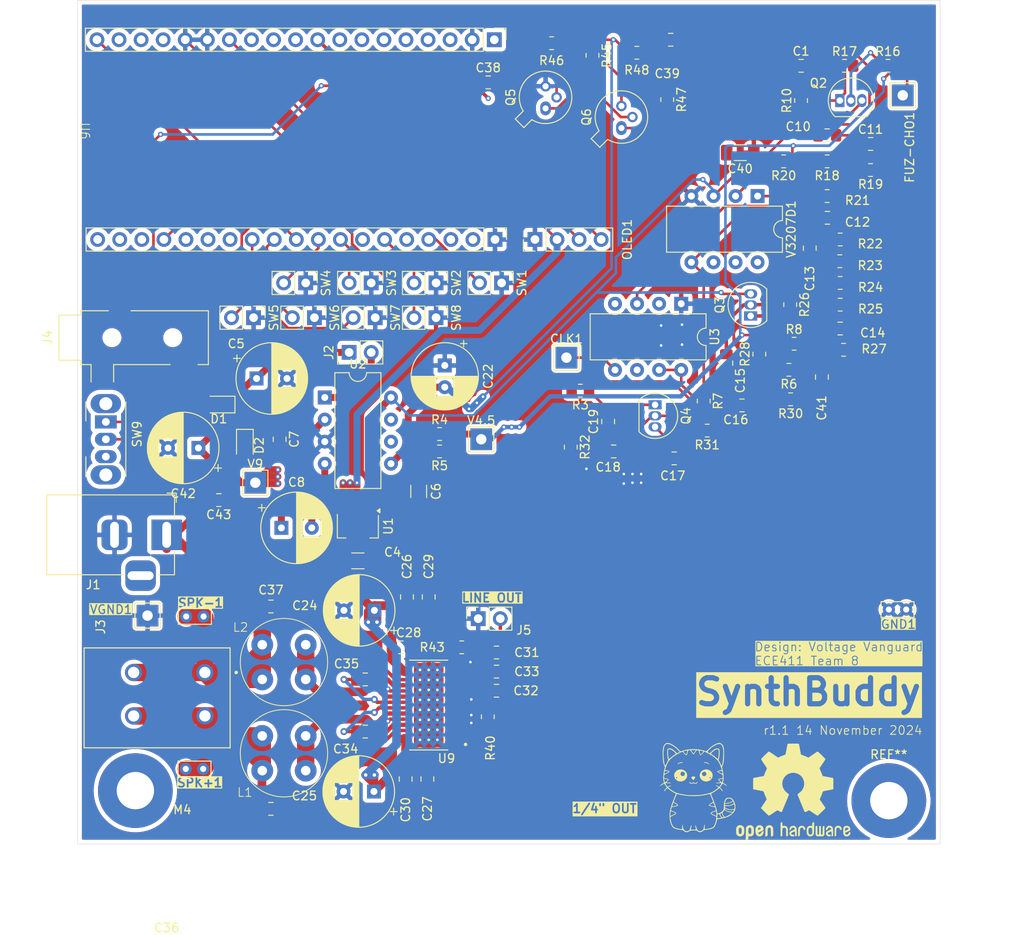
<source format=kicad_pcb>
(kicad_pcb (version 20240108) (generator "pcbnew") (generator_version "8.0")
  (title_block (title "PedalSynth") (date "2024-11-07") (rev "b1.0") (company "Portland State University") (comment 1 "Design: Eric Sanman, Sierra Buckley, Chuong Vo, Chris Crider"))
  (layers (0 "F.Cu" signal) (31 "B.Cu" signal) (34 "B.Paste" user) (35 "F.Paste" user) (36 "B.SilkS" user "B.Silkscreen") (37 "F.SilkS" user "F.Silkscreen") (38 "B.Mask" user) (39 "F.Mask" user) (44 "Edge.Cuts" user))
  (net 0 "")
  (net 1 "Net-(C1-Pad2)")
  (net 2 "/Chorus Effect/CHORUSIN")
  (net 3 "GND")
  (net 4 "+9V")
  (net 5 "+5V")
  (net 6 "Net-(U2-CAP+)")
  (net 7 "Net-(U2-CAP-)")
  (net 8 "Net-(C10-Pad2)")
  (net 9 "Net-(Q2-E)")
  (net 10 "Net-(C11-Pad2)")
  (net 11 "Net-(C12-Pad1)")
  (net 12 "Net-(C12-Pad2)")
  (net 13 "Net-(C13-Pad2)")
  (net 14 "Net-(Q3-E)")
  (net 15 "Net-(C14-Pad2)")
  (net 16 "Net-(Q3-B)")
  (net 17 "Net-(C16-Pad2)")
  (net 18 "Net-(U3-OUT1)")
  (net 19 "Net-(C17-Pad2)")
  (net 20 "Net-(Q4-E)")
  (net 21 "Net-(Q4-B)")
  (net 22 "Net-(C19-Pad2)")
  (net 23 "Net-(V3207D2-+)")
  (net 24 "-9V")
  (net 25 "/Class-D Amplification/RINP")
  (net 26 "/Class-D Amplification/GVDD")
  (net 27 "/Class-D Amplification/RINN")
  (net 28 "/Class-D Amplification/BSPL")
  (net 29 "/Class-D Amplification/OUTPL")
  (net 30 "/Class-D Amplification/OUTPR")
  (net 31 "/Class-D Amplification/BSNR")
  (net 32 "/Class-D Amplification/SPK+")
  (net 33 "/Class-D Amplification/SPK-")
  (net 34 "/ESP32-S3-WROOM Dev Board/GENOUT")
  (net 35 "Net-(Q5-B)")
  (net 36 "Net-(C39-Pad2)")
  (net 37 "Net-(C39-Pad1)")
  (net 38 "Net-(C40-Pad2)")
  (net 39 "Net-(C41-Pad1)")
  (net 40 "Net-(J2-Pin_2)")
  (net 41 "/ESP32-S3-WROOM Dev Board/SCL")
  (net 42 "Net-(Q2-B)")
  (net 43 "/ESP32-S3-WROOM Dev Board/SDA")
  (net 44 "Net-(Q5-C)")
  (net 45 "Net-(Q6-C)")
  (net 46 "Net-(Q6-E)")
  (net 47 "+4.5V")
  (net 48 "Net-(V3207D1-+)")
  (net 49 "Net-(V3207D1--)")
  (net 50 "Net-(U3-IN)")
  (net 51 "/Class-D Amplification/SIG")
  (net 52 "Net-(U9-PBTL)")
  (net 53 "/Tremolo Effect/TREMOUT")
  (net 54 "/ESP32-S3-WROOM Dev Board/BTN0")
  (net 55 "/ESP32-S3-WROOM Dev Board/BTN1")
  (net 56 "/ESP32-S3-WROOM Dev Board/BTN2")
  (net 57 "/ESP32-S3-WROOM Dev Board/BTN3")
  (net 58 "/ESP32-S3-WROOM Dev Board/BTN4")
  (net 59 "/ESP32-S3-WROOM Dev Board/BTN5")
  (net 65 "/Chorus Effect/CLK")
  (net 68 "/ESP32-S3-WROOM Dev Board/BTN6")
  (net 69 "/BTN7")
  (net 93 "/LineOut")
  (net 94 "/LineIn")
  (net 95 "Vin")
  (footprint "Resistor_SMD:R_0805_2012Metric_Pad1.20x1.40mm_HandSolder" (layer "F.Cu") (at 99.6 37.9 -90)
    (property "Reference" "R47")
    (property "Value" "8.2k")
  )
  (footprint "Resistor_SMD:R_0805_2012Metric_Pad1.20x1.40mm_HandSolder" (layer "F.Cu") (at 110.2 67.2 90)
    (property "Reference" "R28")
    (property "Value" "330k")
  )
  (footprint "Capacitor_SMD:C_0805_2012Metric_Pad1.18x1.45mm_HandSolder" (layer "F.Cu") (at 108.2 73.1)
    (property "Reference" "C16")
    (property "Value" "33nF")
  )
  (footprint "Capacitor_SMD:C_0805_2012Metric_Pad1.18x1.45mm_HandSolder" (layer "F.Cu") (at 69.652651 95.15 -90)
    (property "Reference" "C26")
    (property "Value" ".1uF")
  )
  (footprint "Capacitor_SMD:C_0805_2012Metric_Pad1.18x1.45mm_HandSolder" (layer "F.Cu") (at 117.4 69.8375 90)
    (property "Reference" "C41")
    (property "Value" "3.3nF")
  )
  (footprint "TestPoint:TestPoint_THTPad_2.5x2.5mm_Drill1.2mm" (layer "F.Cu") (at 78.2 77)
    (property "Reference" "V4.5")
    (property "Value" "TestPoint")
  )
  (footprint "Resistor_SMD:R_0805_2012Metric_Pad1.20x1.40mm_HandSolder" (layer "F.Cu") (at 91 32.8 -90)
    (property "Reference" "R45")
    (property "Value" "33k")
  )
  (footprint "Resistor_SMD:R_0805_2012Metric_Pad1.20x1.40mm_HandSolder" (layer "F.Cu") (at 75.952651 100.95 180)
    (property "Reference" "R43")
    (property "Value" "100k")
  )
  (footprint "Capacitor_THT:CP_Radial_D8.0mm_P3.50mm" (layer "F.Cu") (at 45.652651 78 180)
    (property "Reference" "C42")
    (property "Value" "100uF")
  )
  (footprint "Connector_PinHeader_2.54mm:PinHeader_1x02_P2.54mm_Vertical" (layer "F.Cu") (at 52 63 -90)
    (property "Reference" "SW5")
    (property "Value" "SW_Push")
  )
  (footprint "Resistor_SMD:R_0805_2012Metric_Pad1.20x1.40mm_HandSolder" (layer "F.Cu") (at 73.4 78.4 180)
    (property "Reference" "R5")
    (property "Value" "10k")
  )
  (footprint "Package_TO_SOT_THT:TO-52-3" (layer "F.Cu") (at 94.33 41.17 90)
    (property "Reference" "Q6")
    (property "Value" "PNP")
  )
  (footprint "Diode_SMD:D_0805_2012Metric_Pad1.15x1.40mm_HandSolder" (layer "F.Cu") (at 48 73 180)
    (property "Reference" "D1")
    (property "Value" "5817")
  )
  (footprint "Package_TO_SOT_SMD:SOT-89-3" (layer "F.Cu") (at 64 87 -90)
    (property "Reference" "U1")
    (property "Value" "HT7333")
  )
  (footprint "MountingHole:MountingHole_4.3mm_M4_Pad_TopBottom" (layer "F.Cu") (at 125.1 118.6)
    (property "Reference" "REF**")
    (property "Value" "MountingHole_4.3mm_M4_Pad_TopBottom")
  )
  (footprint "Resistor_SMD:R_0805_2012Metric_Pad1.20x1.40mm_HandSolder" (layer "F.Cu") (at 89.6 71.4 180)
    (property "Reference" "R3")
    (property "Value" "47k")
  )
  (footprint "Capacitor_SMD:C_0805_2012Metric_Pad1.18x1.45mm_HandSolder" (layer "F.Cu") (at 72 116.1125 -90)
    (property "Reference" "C27")
    (property "Value" ".1uF")
  )
  (footprint "Connector_PinHeader_2.54mm:PinHeader_1x02_P2.54mm_Vertical" (layer "F.Cu") (at 65.54 59 -90)
    (property "Reference" "SW3")
    (property "Value" "SW_Push")
  )
  (footprint "Capacitor_SMD:C_0805_2012Metric_Pad1.18x1.45mm_HandSolder" (layer "F.Cu") (at 55 77 -90)
    (property "Reference" "C7")
    (property "Value" "0.1uF")
  )
  (footprint "Capacitor_THT:CP_Radial_D8.0mm_P3.50mm" (layer "F.Cu") (at 55.2 87.2)
    (property "Reference" "C8")
    (property "Value" "10uF")
  )
  (footprint "Diode_SMD:D_0805_2012Metric_Pad1.15x1.40mm_HandSolder" (layer "F.Cu") (at 51 77.715 -90)
    (property "Reference" "D2")
    (property "Value" "15V")
  )
  (footprint "Capacitor_SMD:C_0805_2012Metric_Pad1.18x1.45mm_HandSolder" (layer "F.Cu") (at 119.5 64.25)
    (property "Reference" "C14")
    (property "Value" "8.2nF")
  )
  (footprint "Resistor_SMD:R_0805_2012Metric_Pad1.20x1.40mm_HandSolder" (layer "F.Cu") (at 123 46 180)
    (property "Reference" "R19")
    (property "Value" "10k")
  )
  (footprint "Connector_BarrelJack:BarrelJack_Horizontal" (layer "F.Cu") (at 42 88)
    (property "Reference" "J1")
    (property "Value" "5mm 9V Barrel")
  )
  (footprint "Capacitor_SMD:C_0805_2012Metric_Pad1.18x1.45mm_HandSolder" (layer "F.Cu") (at 118.0375 51.5)
    (property "Reference" "C12")
    (property "Value" "0.33uF")
  )
  (footprint "Resistor_SMD:R_0805_2012Metric_Pad1.20x1.40mm_HandSolder" (layer "F.Cu") (at 96.1 32.5)
    (property "Reference" "R48")
    (property "Value" "470")
  )
  (footprint "Package_TO_SOT_THT:TO-92_Inline" (layer "F.Cu") (at 98.2 73.03 -90)
    (property "Reference" "Q4")
    (property "Value" "2N3904")
  )
  (footprint "Capacitor_THT:CP_Radial_D7.5mm_P2.50mm" (layer "F.Cu") (at 74 68.5 -90)
    (property "Reference" "C22")
    (property "Value" "10uF")
  )
  (footprint "Inductor_THT:RL110-330K-RC" (layer "F.Cu") (at 55.5 113.15)
    (property "Reference" "L1")
    (property "Value" "33uF")
  )
  (footprint "TestPoint:TestPoint_THTPad_2.5x2.5mm_Drill1.2mm" (layer "F.Cu") (at 126.7 37.4)
    (property "Reference" "FUZ-CHO1")
    (property "Value" "TestPoint")
  )
  (footprint "Resistor_SMD:R_0805_2012Metric_Pad1.20x1.40mm_HandSolder" (layer "F.Cu") (at 104.2 76 180)
    (property "Reference" "R31")
    (property "Value" "10k")
  )
  (footprint "Resistor_SMD:R_0805_2012Metric_Pad1.20x1.40mm_HandSolder" (layer "F.Cu") (at 113.8 72.4 180)
    (property "Reference" "R30")
    (property "Value" "10k")
  )
  (footprint "Package_TO_SOT_THT:TO-92_Inline" (layer "F.Cu") (at 109.2 62.8 90)
    (property "Reference" "Q3")
    (property "Value" "2N3904")
  )
  (footprint "Capacitor_SMD:C_1206_3216Metric_Pad1.33x1.80mm_HandSolder" (layer "F.Cu") (at 108 44 180)
    (property "Reference" "C40")
    (property "Value" "22uF")
  )
  (footprint "Capacitor_SMD:C_0805_2012Metric_Pad1.18x1.45mm_HandSolder" (layer "F.Cu") (at 100 31)
    (property "Reference" "C39")
    (property "Value" "10nF")
  )
  (footprint "Resistor_SMD:R_0805_2012Metric_Pad1.20x1.40mm_HandSolder" (layer "F.Cu") (at 120 34)
    (property "Reference" "R17")
    (property "Value" "10k")
  )
  (footprint "Resistor_SMD:R_0805_2012Metric_Pad1.20x1.40mm_HandSolder" (layer "F.Cu") (at 113.6 69 180)
    (property "Reference" "R6")
    (property "Value" "10k")
  )
  (footprint "Capacitor_SMD:C_0805_2012Metric_Pad1.18x1.45mm_HandSolder" (layer "F.Cu") (at 54 119.55)
    (property "Reference" "C36")
    (property "Value" "1uF")
  )
  (footprint "LOGO" (layer "F.Cu") (at 103.1 117.1)
    (property "Reference" "G***" (hide yes))
    (property "Value" "LOGO" (hide yes))
  )
  (footprint "Capacitor_SMD:C_0805_2012Metric_Pad1.18x1.45mm_HandSolder" (layer "F.Cu") (at 79.952651 103.75)
    (property "Reference" "C33")
    (property "Value" "0.1uF")
  )
  (footprint "Resistor_SMD:R_0805_2012Metric_Pad1.20x1.40mm_HandSolder" (layer "F.Cu") (at 88.5 77.9 -90)
    (property "Reference" "R32")
    (property "Value" "10k")
  )
  (footprint "Resistor_SMD:R_0805_2012Metric_Pad1.20x1.40mm_HandSolder" (layer "F.Cu") (at 119.5 54)
    (property "Reference" "R22")
    (property "Value" "100k")
  )
  (footprint "TestPoint:TestPoint_Bridge_Pitch2.0mm_Drill0.7mm" (layer "F.Cu") (at 44.25 97.4)
    (property "Reference" "SPK-1")
    (property "Value" "TestPoint")
  )
  (footprint "Resistor_SMD:R_0805_2012Metric_Pad1.20x1.40mm_HandSolder" (layer "F.Cu") (at 78.952651 108.95 -90)
    (property "Reference" "R40")
    (property "Value" "100k")
  )
  (footprint "Connector_Audio:Jack_3.5mm_CUI_SJ-3523-SMT_Horizontal" (layer "F.Cu") (at 38.2 65.3 90)
    (property "Reference" "J4")
    (property "Value" "1/8in Jack")
  )
  (footprint "Capacitor_SMD:C_1206_3216Metric_Pad1.33x1.80mm_HandSolder" (layer "F.Cu") (at 64 91)
    (property "Reference" "C4")
    (property "Value" "10uF")
  )
  (footprint "Resistor_SMD:R_0805_2012Metric_Pad1.20x1.40mm_HandSolder" (layer "F.Cu") (at 125 34)
    (property "Reference" "R16")
    (property "Value" "1M")
  )
  (footprint "1190297:PHOENIX_1190297" (layer "F.Cu") (at 32.5 101.02 -90)
    (property "Reference" "J3")
    (property "Value" "Pheonix Connector")
  )
  (footprint "Resistor_SMD:R_0805_2012Metric_Pad1.20x1.40mm_HandSolder" (layer "F.Cu") (at 73.4 76.4)
    (property "Reference" "R4")
    (property "Value" "10k")
  )
  (footprint "Inductor_THT:RL110-330K-RC" (layer "F.Cu") (at 55.5 102.65)
    (property "Reference" "L2")
    (property "Value" "33uF")
  )
  (footprint "Capacitor_THT:CP_Radial_D8.0mm_P3.50mm" (layer "F.Cu") (at 65.9 96.7 180)
    (property "Reference" "C24")
    (property "Value" "100uF")
  )
  (footprint "Connector_PinHeader_2.54mm:PinHeader_1x04_P2.54mm_Vertical" (layer "F.Cu") (at 84.38 54 90)
    (property "Reference" "OLED1")
    (property "Value" "OLED-I2C")
  )
  (footprint "MountingHole:MountingHole_4.3mm_M4_Pad_TopBottom" (layer "F.Cu") (at 38.4 117.45)
    (property "Reference" "M4")
    (property "Value" "MountingHole_4.3mm_M4_Pad_TopBottom")
  )
  (footprint "Capacitor_SMD:C_0805_2012Metric_Pad1.18x1.45mm_HandSolder" (layer "F.Cu") (at 116 55 -90)
    (property "Reference" "C13")
    (property "Value" "3.3nF")
  )
  (footprint "Capacitor_SMD:C_0805_2012Metric_Pad1.18x1.45mm_HandSolder" (layer "F.Cu") (at 100.4 79.2)
    (property "Reference" "C17")
    (property "Value" "8.2nF")
  )
  (footprint "Capacitor_SMD:C_0805_2012Metric_Pad1.18x1.45mm_HandSolder" (layer "F.Cu") (at 79 35.909448)
    (property "Reference" "C38")
    (property "Value" "2.2uF")
  )
  (footprint "clipboard:cb89ceac-0acd-432b-9393-97274f22b4f5" (layer "F.Cu") (at 117.782432 113.798827)
    (property "Reference" "")
    (property "Value" "")
  )
  (footprint "Capacitor_SMD:C_0805_2012Metric_Pad1.18x1.45mm_HandSolder" (layer "F.Cu") (at 64.852651 104.65)
    (property "Reference" "C35")
    (property "Value" ".47uf")
  )
  (footprint "TestPoint:TestPoint_Bridge_Pitch2.0mm_Drill0.7mm" (layer "F.Cu") (at 44.2 114.95)
    (property "Reference" "SPK+1")
    (property "Value" "TestPoint")
  )
  (footprint "Package_DIP:CERDIP-8_W7.62mm_SideBrazed" (layer "F.Cu") (at 110 49 -90)
    (property "Reference" "V3207D1")
    (property "Value" "~")
  )
  (footprint "TPA3136D2PWPR:IC_TPS61196PWPRQ1" (layer "F.Cu") (at 72.152651 107.6 180)
    (property "Reference" "U9")
    (property "Value" "TPA3136D2PWPR")
  )
  (footprint "TestPoint:TestPoint_Bridge_Pitch2.0mm_Drill0.7mm" (layer "F.Cu") (at 125.1 96.6)
    (property "Reference" "GND1")
    (property "Value" "TestPoint")
  )
  (footprint "Capacitor_SMD:C_0805_2012Metric_Pad1.18x1.45mm_HandSolder" (layer "F.Cu") (at 72.152651 95.15 -90)
    (property "Reference" "C29")
    (property "Value" "1000p")
  )
  (footprint "Connector_PinHeader_2.54mm:PinHeader_1x02_P2.54mm_Vertical" (layer "F.Cu") (at 63 67 90)
    (property "Reference" "J2")
    (property "Value" "BOOST")
  )
  (footprint "Capacitor_SMD:C_0805_2012Metric_Pad1.18x1.45mm_HandSolder" (layer "F.Cu") (at 48 84 180)
    (property "Reference" "C43")
    (property "Value" "1uF")
  )
  (footprint "Resistor_SMD:R_0805_2012Metric_Pad1.20x1.40mm_HandSolder" (layer "F.Cu") (at 119.5 59)
    (property "Reference" "R24")
    (property "Value" "10k")
  )
  (footprint "Capacitor_SMD:C_0805_2012Metric_Pad1.18x1.45mm_HandSolder" (layer "F.Cu") (at 54 96.25)
    (property "Reference" "C37")
    (property "Value" "1uF")
  )
  (footprint "Connector_PinHeader_2.54mm:PinHeader_1x02_P2.54mm_Vertical" (layer "F.Cu") (at 73 59 -90)
    (property "Reference" "SW2")
    (property "Value" "SW_Push")
  )
  (footprint "TestPoint:TestPoint_THTPad_2.5x2.5mm_Drill1.2mm" (layer "F.Cu") (at 39.8 97.3)
    (property "Reference" "VGND1")
    (property "Value" "TestPoint")
  )
  (footprint "Package_DIP:CERDIP-8_W7.62mm_SideBrazed" (layer "F.Cu") (at 101.21 61.395 -90)
    (property "Reference" "U3")
    (property "Value" "MN3207")
  )
  (footprint "Capacitor_SMD:C_1206_3216Metric_Pad1.33x1.80mm_HandSolder" (layer "F.Cu") (at 71 83 90)
    (property "Reference" "C6")
    (property "Value" "10uF")
  )
  (footprint "Connector_PinHeader_2.54mm:PinHeader_1x02_P2.54mm_Vertical" (layer "F.Cu") (at 59 63 -90)
    (property "Reference" "SW6")
    (property "Value" "SW_Push")
  )
  (footprint "Resistor_SMD:R_0805_2012Metric_Pad1.20x1.40mm_HandSolder" (layer "F.Cu") (at 119.4625 56.5 180)
    (property "Reference" "R23")
    (property "Value" "10k")
  )
  (footprint "Resistor_SMD:R_0805_2012Metric_Pad1.20x1.40mm_HandSolder" (layer "F.Cu") (at 119.9 66.7)
    (property "Reference" "R27")
    (property "Value" "4.7k")
  )
  (footprint "Module:PinHeader_ESP32_WROOM_Narrow" (layer "F.Cu") (at 52.62 42 -90)
    (property "Reference" "U6")
    (property "Value" "~")
  )
  (footprint "Capacitor_SMD:C_0805_2012Metric_Pad1.18x1.45mm_HandSolder" (layer "F.Cu") (at 93.4375 78.4)
    (property "Reference" "C18")
    (property "Value" "470pF")
  )
  (footprint "Capacitor_SMD:C_0805_2012Metric_Pad1.18x1.45mm_HandSolder" (layer "F.Cu") (at 118 42)
    (property "Reference" "C10")
    (property "Value" "0.47uF")
  )
  (footprint "Connector_PinSocket_2.54mm:PinSocket_1x02_P2.54mm_Vertical" (layer "F.Cu") (at 77.852651 97.65 90)
    (property "Reference" "J5")
    (property "Value" "01x02 pin header")
  )
  (footprint "Resistor_SMD:R_0805_2012Metric_Pad1.20x1.40mm_HandSolder" (layer "F.Cu") (at 86.3 31.4)
    (property "Reference" "R46")
    (property "Value" "100k")
  )
  (footprint "Capacitor_SMD:C_0805_2012Metric_Pad1.18x1.45mm_HandSolder" (layer "F.Cu") (at 69.5 116.1125 -90)
    (property "Reference" "C30")
    (property "Value" "1000p")
  )
  (footprint "Resistor_SMD:R_0805_2012Metric_Pad1.20x1.40mm_HandSolder" (layer "F.Cu") (at 115 38 90)
    (property "Reference" "R10")
    (property "Value" "10k")
  )
  (footprint "TestPoint:TestPoint_THTPad_2.5x2.5mm_Drill1.2mm" (layer "F.Cu") (at 88 67.6)
    (property "Reference" "CLK1")
    (property "Value" "TestPoint")
  )
  (footprint "Package_DIP:CERDIP-8_W7.62mm_SideBrazed" (layer "F.Cu") (at 60.195 72.19)
    (property "Reference" "U2")
    (property "Value" "LT1054")
  )
  (footprint "Capacitor_SMD:C_0805_2012Metric_Pad1.18x1.45mm_HandSolder" (layer "F.Cu") (at 79.952651 101.55)
    (property "Reference" "C31")
    (property "Value" "0.1uF")
  )
  (footprint "Resistor_SMD:R_0805_2012Metric_Pad1.20x1.40mm_HandSolder" (layer "F.Cu") (at 114.2 66)
    (property "Reference" "R8")
    (property "Value" "56k")
  )
  (footprint "TestPoint:TestPoint_THTPad_2.5x2.5mm_Drill1.2mm" (layer "F.Cu") (at 52.2 82)
    (property "Reference" "V9")
    (property "Value" "TestPoint")
  )
  (footprint "Capacitor_SMD:C_0805_2012Metric_Pad1.18x1.45mm_HandSolder" (layer "F.Cu") (at 106.4 68.2375 90)
    (property "Reference" "C15")
    (property "Value" "470pF")
  )
  (footprint "Package_TO_SOT_THT:TO-92_Inline" (layer "F.Cu") (at 119.46 38)
    (property "Reference" "Q2")
    (property "Value" "2N3904")
  )
  (footprint "Capacitor_SMD:C_0805_2012Metric_Pad1.18x1.45mm_HandSolder" (layer "F.Cu") (at 64.852651 110.65)
    (property "Reference" "C34")
    (property "Value" ".47uF")
  )
  (footprint "Capacitor_SMD:C_0805_2012Metric_Pad1.18x1.45mm_HandSolder" (layer "F.Cu") (at 123 43)
    (property "Reference" "C11")
    (property "Value" "68nF")
  )
  (footprint "Resistor_SMD:R_0805_2012Metric_Pad1.20x1.40mm_HandSolder" (layer "F.Cu") (at 103.8 72.6 -90)
    (property "Reference" "R7")
    (property "Value" "47k")
  )
  (footprint "Button_Switch_THT:SW_Slide_SPDT_Angled_CK_OS102011MA1Q" (layer "F.Cu") (at 35 75 -90)
    (property "Reference" "SW9")
    (property "Value" "SW_SPDT")
  )
  (footprint "Capacitor_SMD:C_0805_2012Metric_Pad1.18x1.45mm_HandSolder" (layer "F.Cu") (at 92.8 74.9625 90)
    (property "Reference" "C19")
    (property "Value" "33nF")
  )
  (footprint "Capacitor_THT:CP_Radial_D8.0mm_P3.50mm" (layer "F.Cu") (at 52.347349 70)
    (property "Reference" "C5")
    (property "Value" "47uF")
  )
  (footprint "Resistor_SMD:R_0805_2012Metric_Pad1.20x1.40mm_HandSolder" (layer "F.Cu") (at 118 49 180)
    (property "Reference" "R21")
    (property "Value" "47k")
  )
  (footprint "Package_TO_SOT_THT:TO-52-3" (layer "F.Cu") (at 85.6 38.9 90)
    (property "Reference" "Q5")
    (property "Value" "PNP")
  )
  (footprint "Resistor_SMD:R_0805_2012Metric_Pad1.20x1.40mm_HandSolder" (layer "F.Cu") (at 113.75 61.5 -90)
    (property "Reference" "R26")
    (property "Value" "10k")
  )
  (footprint "Connector_PinHeader_2.54mm:PinHeader_1x02_P2.54mm_Vertical" (layer "F.Cu") (at 66 63 -90)
    (property "Reference" "SW7")
    (property "Value" "SW_Push")
  )
  (footprint "Capacitor_THT:CP_Radial_D8.0mm_P3.50mm" (layer "F.Cu") (at 65.852651 117.55 180)
    (property "Reference" "C25")
    (property "Value" "100uF")
  )
  (footprint "Connector_PinHeader_2.54mm:PinHeader_1x02_P2.54mm_Vertical" (layer "F.Cu") (at 80.54 59 -90)
    (property "Reference" "SW1")
    (property "Value" "SW_Push")
  )
  (footprint "Capacitor_SMD:C_0805_2012Metric_Pad1.18x1.45mm_HandSolder" (layer "F.Cu") (at 68.952651 100.95)
    (property "Reference" "C28")
    (property "Value" "1uF")
  )
  (footprint "Connector_PinHeader_2.54mm:PinHeader_1x02_P2.54mm_Vertical" (layer "F.Cu") (at 73 63 -90)
    (property "Reference" "SW8")
    (property "Value" "SW_Push")
  )
  (footprint "Capacitor_SMD:C_0805_2012Metric_Pad1.18x1.45mm_HandSolder" (layer "F.Cu") (at 79.952651 105.95 180)
    (property "Reference" "C32")
    (property "Value" "1uF")
  )
  (footprint "Resistor_SMD:R_0805_2012Metric_Pad1.20x1.40mm_HandSolder" (layer "F.Cu") (at 113 45 180)
    (property "Reference" "R20")
    (property "Value" "10k")
  )
  (footprint "Connector_PinHeader_2.54mm:PinHeader_1x02_P2.54mm_Vertical" (layer "F.Cu") (at 58 59 -90)
    (property "Reference" "SW4")
    (property "Value" "SW_Push")
  )
  (footprint "Resistor_SMD:R_0805_2012Metric_Pad1.20x1.40mm_HandSolder" (layer "F.Cu") (at 118 45 180)
    (property "Reference" "R18")
    (property "Value" "47k")
  )
  (footprint "Resistor_SMD:R_0805_2012Metric_Pad1.20x1.40mm_HandSolder" (layer "F.Cu") (at 119.5 61.5 180)
    (property "Reference" "R25")
    (property "Value" "10k")
  )
  (footprint "Capacitor_SMD:C_0805_2012Metric_Pad1.18x1.45mm_HandSolder" (layer "F.Cu") (at 115 34)
    (property "Reference" "C1")
    (property "Value" "47nF")
  )
  (gr_rect (start 31.75 26.45) (end 131 123.6) (stroke (width 0.05)) (fill none) (layer "Edge.Cuts"))
  (gr_text "SynthBuddy" (at 102.6 107.85 0) (layer "F.SilkS" knockout) (effects (font (size 3 3) (thickness 0.6) (bold yes)) (justify left bottom)))
  (gr_text "LINE OUT" (at 75.852651 95.85 0) (layer "F.SilkS" knockout) (effects (font (size 1 1) (thickness 0.2) (bold yes)) (justify left bottom)))
  (gr_text "Design: Voltage Vanguard\nECE411 Team 8" (at 109.6 103.1 0) (layer "F.SilkS" knockout) (effects (font (size 1 1) (thickness 0.1)) (justify left bottom)))
  (gr_text "r1.1 14 November 2024" (at 110.6 111.1 0) (layer "F.SilkS") (effects (font (size 1 1) (thickness 0.1)) (justify left bottom)))
  (gr_text "1/4{dblquote} OUT" (at 88.6 120.1 0) (layer "F.SilkS" knockout) (effects (font (size 1 1) (thickness 0.2) (bold yes)) (justify left bottom)))
  (segment (start 70.46 61.617057) (end 63.34 54.497057) (width 0.3) (layer "F.Cu") (net 0))
  (segment (start 61 51) (end 44.68 51) (width 0.3) (layer "F.Cu") (net 0))
  (segment (start 63.34 54.497057) (end 63.34 53.34) (width 0.3) (layer "F.Cu") (net 0))
  (segment (start 44.68 51) (end 41.68 54) (width 0.3) (layer "F.Cu") (net 0))
  (segment (start 70.46 63) (end 70.46 61.617057) (width 0.3) (layer "F.Cu") (net 0))
  (segment (start 63.34 53.34) (end 61 51) (width 0.3) (layer "F.Cu") (net 0))
  (segment (start 119 34) (end 116.0375 34) (width 0.3) (layer "F.Cu") (net 1))
  (segment (start 116.4625 31.5) (end 125.155456 31.5) (width 0.3) (layer "F.Cu") (net 2))
  (segment (start 113.9625 34) (end 116.4625 31.5) (width 0.3) (layer "F.Cu") (net 2))
  (segment (start 125.155456 31.5) (end 127.2 33.544544) (width 0.3) (layer "F.Cu") (net 2))
  (segment (start 127.2 33.544544) (end 127.2 36.9) (width 0.3) (layer "F.Cu") (net 2))
  (segment (start 127.2 36.9) (end 126.7 37.4) (width 0.3) (layer "F.Cu") (net 2))
  (segment (start 69.5 117.15) (end 72 117.15) (width 1) (layer "F.Cu") (net 3))
  (segment (start 76.727651 107.275) (end 77.052651 106.95) (width 0.4) (layer "F.Cu") (net 3))
  (segment (start 69.352651 109.225) (end 67.677651 109.225) (width 0.4) (layer "F.Cu") (net 3))
  (segment (start 67.677651 105.975) (end 67.452651 105.75) (width 0.4) (layer "F.Cu") (net 3))
  (segment (start 76.852651 103.05) (end 75.877651 104.025) (width 0.4) (layer "F.Cu") (net 3))
  (segment (start 75.877651 104.025) (end 74.952651 104.025) (width 0.4) (layer "F.Cu") (net 3))
  (segment (start 118.5 54) (end 116.0375 54) (width 0.3) (layer "F.Cu") (net 3))
  (segment (start 69.652651 94.1125) (end 72.152651 94.1125) (width 1) (layer "F.Cu") (net 3))
  (segment (start 76.627651 109.225) (end 77.052651 109.65) (width 0.4) (layer "F.Cu") (net 3))
  (segment (start 74.952651 109.225) (end 76.627651 109.225) (width 0.4) (layer "F.Cu") (net 3))
  (segment (start 69.352651 105.975) (end 67.677651 105.975) (width 0.4) (layer "F.Cu") (net 3))
  (segment (start 74.952651 107.275) (end 76.727651 107.275) (width 0.4) (layer "F.Cu") (net 3))
  (segment (start 76.877651 108.575) (end 77.052651 108.75) (width 0.4) (layer "F.Cu") (net 3))
  (segment (start 76.952651 102.65) (end 76.852651 102.75) (width 0.4) (layer "F.Cu") (net 3))
  (segment (start 74.952651 108.575) (end 76.877651 108.575) (width 0.4) (layer "F.Cu") (net 3))
  (segment (start 116.0375 54) (end 116 53.9625) (width 0.3) (layer "F.Cu") (net 3))
  (segment (start 76.852651 102.75) (end 76.852651 103.05) (width 0.4) (layer "F.Cu") (net 3))
  (segment (start 67.677651 109.225) (end 67.452651 109.45) (width 0.4) (layer "F.Cu") (net 3))
  (via (at 95.6 82) (size 0.6) (drill 0.3) (layers "F.Cu" "B.Cu") (net 3))
  (via (at 67.452651 105.75) (size 0.6) (drill 0.3) (layers "F.Cu" "B.Cu") (net 3))
  (via (at 98.9 63.9) (size 0.6) (drill 0.3) (layers "F.Cu" "B.Cu") (net 3))
  (via (at 95.6 81) (size 0.6) (drill 0.3) (layers "F.Cu" "B.Cu") (net 3))
  (via (at 76.952651 102.65) (size 0.6) (drill 0.3) (layers "F.Cu" "B.Cu") (net 3))
  (via (at 101.3 66.1) (size 0.6) (drill 0.3) (layers "F.Cu" "B.Cu") (net 3))
  (via (at 67.452651 109.45) (size 0.6) (drill 0.3) (layers "F.Cu" "B.Cu") (net 3))
  (via (at 98.9 66.2) (size 0.6) (drill 0.3) (layers "F.Cu" "B.Cu") (net 3))
  (via (at 77.052651 109.65) (size 0.6) (drill 0.3) (layers "F.Cu" "B.Cu") (net 3))
  (via (at 96.6 82) (size 0.6) (drill 0.3) (layers "F.Cu" "B.Cu") (net 3))
  (via (at 101.3 63.8) (size 0.6) (drill 0.3) (layers "F.Cu" "B.Cu") (net 3))
  (via (at 77.052651 106.95) (size 0.6) (drill 0.3) (layers "F.Cu" "B.Cu") (net 3))
  (via (at 90.3 80.4) (size 0.6) (drill 0.3) (layers "F.Cu" "B.Cu") (net 3))
  (via (at 96.6 81) (size 0.6) (drill 0.3) (layers "F.Cu" "B.Cu") (net 3))
  (via (at 94.6 81) (size 0.6) (drill 0.3) (layers "F.Cu" "B.Cu") (net 3))
  (via (at 77.052651 108.75) (size 0.6) (drill 0.3) (layers "F.Cu" "B.Cu") (net 3))
  (via (at 94.6 82.1) (size 0.6) (drill 0.3) (layers "F.Cu" "B.Cu") (net 3))
  (segment (start 110.96 44.792894) (end 110.96 44.384544) (width 0.3) (layer "F.Cu") (net 4))
  (segment (start 49 80.4) (end 49 77.6) (width 0.8) (layer "F.Cu") (net 4))
  (segment (start 115.394544 39.95) (end 120.242437 39.95) (width 0.3) (layer "F.Cu") (net 4))
  (segment (start 120.242437 39.95) (end 122 38.192437) (width 0.3) (layer "F.Cu") (net 4))
  (segment (start 69.99099 80.175) (end 70.025 80.175) (width 0.8) (layer "F.Cu") (net 4))
  (segment (start 98.2 75.57) (end 100.3 77.67) (width 0.3) (layer "F.Cu") (net 4))
  (segment (start 71.2 79) (end 71.2 77.59099) (width 0.8) (layer "F.Cu") (net 4))
  (segment (start 54.8 82.1) (end 52.3 82.1) (width 0.8) (layer "F.Cu") (net 4))
  (segment (start 51 74.975) (end 49.025 73) (width 0.8) (layer "F.Cu") (net 4))
  (segment (start 122 38.192437) (end 122 38) (width 0.3) (layer "F.Cu") (net 4))
  (segment (start 52.2 82) (end 50.6 82) (width 0.8) (layer "F.Cu") (net 4))
  (segment (start 55 75.9625) (end 51.7275 75.9625) (width 0.8) (layer "F.Cu") (net 4))
  (segment (start 69.5 80.7) (end 69.5 80.66599) (width 0.8) (layer "F.Cu") (net 4))
  (segment (start 63 67) (end 55.347349 67) (width 0.8) (layer "F.Cu") (net 4))
  (segment (start 72.39099 76.4) (end 72.4 76.4) (width 0.8) (layer "F.Cu") (net 4))
  (segment (start 52.9 81.3) (end 52.2 82) (width 0.8) (layer "F.Cu") (net 4))
  (segment (start 50.6 82) (end 49 80.4) (width 0.8) (layer "F.Cu") (net 4))
  (segment (start 49 77.6) (end 49.91 76.69) (width 0.8) (layer "F.Cu") (net 4))
  (segment (start 65.6 74.405) (end 65.6 80.4) (width 0.8) (layer "F.Cu") (net 4))
  (segment (start 104.92 49) (end 108.67 45.25) (width 0.3) (layer "F.Cu") (net 4))
  (segment (start 65.6 80.4) (end 67 81.8) (width 0.8) (layer "F.Cu") (net 4))
  (segment (start 110.96 44.384544) (end 115.394544 39.95) (width 0.3) (layer "F.Cu") (net 4))
  (segment (start 109.2 60.26) (end 105.96 60.26) (width 0.3) (layer "F.Cu") (net 4))
  (segment (start 108.67 45.25) (end 110.502894 45.25) (width 0.3) (layer "F.Cu") (net 4))
  (segment (start 55.347349 67) (end 52.347349 70) (width 0.8) (layer "F.Cu") (net 4))
  (segment (start 51.7275 75.9625) (end 51 76.69) (width 0.8) (layer "F.Cu") (net 4))
  (segment (start 67 81.8) (end 68.4 81.8) (width 0.8) (layer "F.Cu") (net 4))
  (segment (start 69.5 80.66599) (end 69.99099 80.175) (width 0.8) (layer "F.Cu") (net 4))
  (segment (start 53.7 80.5) (end 52.2 82) (width 0.8) (layer "F.Cu") (net 4))
  (segment (start 70.025 80.175) (end 71.2 79) (width 0.8) (layer "F.Cu") (net 4))
  (segment (start 52.3 82.1) (end 52.2 82) (width 0.8) (layer "F.Cu") (net 4))
  (segment (start 110.502894 45.25) (end 110.96 44.792894) (width 0.3) (layer "F.Cu") (net 4))
  (segment (start 54.8 81.3) (end 52.9 81.3) (width 0.8) (layer "F.Cu") (net 4))
  (segment (start 54.8 80.5) (end 53.7 80.5) (width 0.8) (layer "F.Cu") (net 4))
  (segment (start 68.4 81.8) (end 69.5 80.7) (width 0.8) (layer "F.Cu") (net 4))
  (segment (start 52.025 70) (end 49.025 73) (width 0.8) (layer "F.Cu") (net 4))
  (segment (start 71.2 77.59099) (end 72.39099 76.4) (width 0.8) (layer "F.Cu") (net 4))
  (segment (start 105.96 60.26) (end 105.8 60.1) (width 0.3) (layer "F.Cu") (net 4))
  (segment (start 67.815 72.19) (end 65.6 74.405) (width 0.8) (layer "F.Cu") (net 4))
  (segment (start 100.3 77.67) (end 100.3 83.6) (width 0.3) (layer "F.Cu") (net 4))
  (segment (start 52.347349 70) (end 52.025 70) (width 0.8) (layer "F.Cu") (net 4))
  (segment (start 51 76.69) (end 51 74.975) (width 0.8) (layer "F.Cu") (net 4))
  (segment (start 49.91 76.69) (end 51 76.69) (width 0.8) (layer "F.Cu") (net 4))
  (via (at 54.8 82.1) (size 0.6) (drill 0.3) (layers "F.Cu" "B.Cu") (net 4))
  (via (at 105.8 60.1) (size 0.6) (drill 0.3) (layers "F.Cu" "B.Cu") (net 4))
  (via (at 54.8 81.3) (size 0.6) (drill 0.3) (layers "F.Cu" "B.Cu") (net 4))
  (via (at 103.7 47.1) (size 0.6) (drill 0.3) (layers "F.Cu" "B.Cu") (net 4))
  (via (at 54.8 80.5) (size 0.6) (drill 0.3) (layers "F.Cu" "B.Cu") (net 4))
  (segment (start 93.7 56.053654) (end 93.7 57.86066) (width 0.3) (layer "B.Cu") (net 4))
  (segment (start 93.7 57.86066) (end 91.46066 60.1) (width 0.3) (layer "B.Cu") (net 4))
  (segment (start 105.8 60.1) (end 91.46066 60.1) (width 0.3) (layer "B.Cu") (net 4))
  (segment (start 104.92 49) (end 104.92 48.32) (width 0.3) (layer "B.Cu") (net 4))
  (segment (start 103.7 47.1) (end 102.653654 47.1) (width 0.3) (layer "B.Cu") (net 4))
  (segment (start 69.875 74.25) (end 67.815 72.19) (width 0.3) (layer "B.Cu") (net 4))
  (segment (start 102.653654 47.1) (end 93.7 56.053654) (width 0.3) (layer "B.Cu") (net 4))
  (segment (start 91.46066 60.1) (end 77.31066 74.25) (width 0.3) (layer "B.Cu") (net 4))
  (segment (start 104.92 48.32) (end 103.7 47.1) (width 0.3) (layer "B.Cu") (net 4))
  (segment (start 77.31066 74.25) (end 69.875 74.25) (width 0.3) (layer "B.Cu") (net 4))
  (segment (start 48.98 46) (end 33.98 31) (width 0.3) (layer "F.Cu") (net 5))
  (segment (start 71 84.5625) (end 70.2325 83.795) (width 0.8) (layer "F.Cu") (net 5))
  (segment (start 62.3 82.99) (end 63.105 83.795) (width 0.8) (layer "F.Cu") (net 5))
  (segment (start 63.9 82) (end 63.9 83.395) (width 0.8) (layer "F.Cu") (net 5))
  (segment (start 70.2325 83.795) (end 63.5 83.795) (width 0.8) (layer "F.Cu") (net 5))
  (segment (start 63.1 83.79) (end 63.105 83.795) (width 0.8) (layer "F.Cu") (net 5))
  (segment (start 63.105 83.795) (end 62.5 84.4) (width 0.8) (layer "F.Cu") (net 5))
  (segment (start 62.5 84.4) (end 62.5 85.05) (width 0.8) (layer "F.Cu") (net 5))
  (segment (start 63.1 82) (end 63.1 83.79) (width 0.8) (layer "F.Cu") (net 5))
  (segment (start 62.3 82) (end 62.3 82.99) (width 0.8) (layer "F.Cu") (net 5))
  (segment (start 86.92 54) (end 78.92 46) (width 0.3) (layer "F.Cu") (net 5))
  (segment (start 78.92 46) (end 48.98 46) (width 0.3) (layer "F.Cu") (net 5))
  (segment (start 63.5 83.795) (end 63.105 83.795) (width 0.8) (layer "F.Cu") (net 5))
  (segment (start 63.9 83.395) (end 63.5 83.795) (width 0.8) (layer "F.Cu") (net 5))
  (via (at 62.3 82) (size 0.6) (drill 0.3) (layers "F.Cu" "B.Cu") (net 5))
  (via (at 63.9 82) (size 0.6) (drill 0.3) (layers "F.Cu" "B.Cu") (net 5))
  (via (at 63.1 82) (size 0.6) (drill 0.3) (layers "F.Cu" "B.Cu") (net 5))
  (segment (start 86.92 55.52) (end 86.92 54) (width 0.8) (layer "B.Cu") (net 5))
  (segment (start 73.575101 64.45) (end 77.99 64.45) (width 0.8) (layer "B.Cu") (net 5))
  (segment (start 77.99 64.45) (end 86.92 55.52) (width 0.8) (layer "B.Cu") (net 5))
  (segment (start 63.9 74.125101) (end 73.575101 64.45) (width 0.8) (layer "B.Cu") (net 5))
  (segment (start 63.9 82) (end 63.9 74.125101) (width 0.8) (layer "B.Cu") (net 5))
  (segment (start 87 54.08) (end 86.92 54) (width 0.3) (layer "B.Cu") (net 5))
  (segment (start 55.2 87.2) (end 55.2 84.6) (width 0.8) (layer "F.Cu") (net 6))
  (segment (start 55.2 84.6) (end 57.8 82) (width 0.8) (layer "F.Cu") (net 6))
  (segment (start 57.8 77.125) (end 60.195 74.73) (width 0.8) (layer "F.Cu") (net 6))
  (segment (start 57.8 82) (end 57.8 77.125) (width 0.8) (layer "F.Cu") (net 6))
  (segment (start 60.195 79.81) (end 60.195 81.652349) (width 0.8) (layer "F.Cu") (net 7))
  (segment (start 58.7 83.147349) (end 58.7 87.2) (width 0.8) (layer "F.Cu") (net 7))
  (segment (start 60.195 81.652349) (end 58.7 83.147349) (width 0.8) (layer "F.Cu") (net 7))
  (segment (start 120.9625 42) (end 121.9625 43) (width 0.3) (layer "F.Cu") (net 8))
  (segment (start 121.9625 43) (end 121 43) (width 0.3) (layer "F.Cu") (net 8))
  (segment (start 121 43) (end 119 45) (width 0.3) (layer "F.Cu") (net 8))
  (segment (start 119.0375 42) (end 120.9625 42) (width 0.3) (layer "F.Cu") (net 8))
  (segment (start 120.394544 32.95) (end 120.05 33.294544) (width 0.3) (layer "F.Cu") (net 9))
  (segment (start 119.46 37.74) (end 119.46 38) (width 0.3) (layer "F.Cu") (net 9))
  (segment (start 122.875 34.219544) (end 121.605456 32.95) (width 0.3) (layer "F.Cu") (net 9))
  (segment (start 118.212956 40.749544) (end 120.712893 40.749544) (width 0.3) (layer "F.Cu") (net 9))
  (segment (start 119.46 38) (end 116 38) (width 0.3) (layer "F.Cu") (net 9))
  (segment (start 120.05 33.294544) (end 120.05 37.15) (width 0.3) (layer "F.Cu") (net 9))
  (segment (start 121.605456 32.95) (end 120.394544 32.95) (width 0.3) (layer "F.Cu") (net 9))
  (segment (start 116.9625 42) (end 118.212956 40.749544) (width 0.3) (layer "F.Cu") (net 9))
  (segment (start 122.875 38.587437) (end 122.875 34.219544) (width 0.3) (layer "F.Cu") (net 9))
  (segment (start 120.05 37.15) (end 119.46 37.74) (width 0.3) (layer "F.Cu") (net 9))
  (segment (start 120.712893 40.749544) (end 122.875 38.587437) (width 0.3) (layer "F.Cu") (net 9))
  (segment (start 116 38) (end 115 39) (width 0.3) (layer "F.Cu") (net 9))
  (segment (start 124 43.0375) (end 124.0375 43) (width 0.2) (layer "F.Cu") (net 10))
  (segment (start 124 46) (end 124 43.0375) (width 0.2) (layer "F.Cu") (net 10))
  (segment (start 103.8 71.6) (end 103.8 58.04) (width 0.3) (layer "F.Cu") (net 11))
  (segment (start 117 51.5) (end 107.5 51.5) (width 0.3) (layer "F.Cu") (net 11))
  (segment (start 107.5 51.5) (end 102.38 56.62) (width 0.3) (layer "F.Cu") (net 11))
  (segment (start 103.8 58.04) (end 102.38 56.62) (width 0.3) (layer "F.Cu") (net 11))
  (segment (start 117 49) (end 117 51.5) (width 0.3) (layer "F.Cu") (net 11))
  (segment (start 119.075 51.5) (end 119.075 52.575) (width 0.3) (layer "F.Cu") (net 12))
  (segment (start 120.5 56.4625) (end 120.4625 56.5) (width 0.3) (layer "F.Cu") (net 12))
  (segment (start 119.075 52.575) (end 120.5 54) (width 0.3) (layer "F.Cu") (net 12))
  (segment (start 120.5 54) (end 120.5 56.4625) (width 0.3) (layer "F.Cu") (net 12))
  (segment (start 118.4625 56.5) (end 116.4625 56.5) (width 0.3) (layer "F.Cu") (net 13))
  (segment (start 116.4625 56.5) (end 116 56.0375) (width 0.3) (layer "F.Cu") (net 13))
  (segment (start 118.5 59) (end 118.5 56.5375) (width 0.3) (layer "F.Cu") (net 13))
  (segment (start 118.5 56.5375) (end 118.4625 56.5) (width 0.3) (layer "F.Cu") (net 13))
  (segment (start 116.7125 62.5) (end 118.4625 64.25) (width 0.4) (layer "F.Cu") (net 14))
  (segment (start 113.75 62.5) (end 116.7125 62.5) (width 0.4) (layer "F.Cu") (net 14))
  (segment (start 109.2 62.8) (end 113.45 62.8) (width 0.4) (layer "F.Cu") (net 14))
  (segment (start 118.4625 64.2625) (end 118.4625 64.25) (width 0.3) (layer "F.Cu") (net 14))
  (segment (start 120.9 66.7) (end 118.4625 64.2625) (width 0.3) (layer "F.Cu") (net 14))
  (segment (start 113.45 62.8) (end 113.75 62.5) (width 0.4) (layer "F.Cu") (net 14))
  (segment (start 120.5375 64.25) (end 120.5375 61.5375) (width 0.3) (layer "F.Cu") (net 15))
  (segment (start 120.5375 61.5375) (end 120.5 61.5) (width 0.3) (layer "F.Cu") (net 15))
  (segment (start 120.5 61.5) (end 120.5 59) (width 0.3) (layer "F.Cu") (net 15))
  (segment (start 108.395 61.53) (end 109.2 61.53) (width 0.4) (layer "F.Cu") (net 16))
  (segment (start 106.4 67.2) (end 106.4 63.525) (width 0.4) (layer "F.Cu") (net 16))
  (segment (start 109.23 61.5) (end 109.2 61.53) (width 0.4) (layer "F.Cu") (net 16))
  (segment (start 118.5 61.5) (end 109.23 61.5) (width 0.4) (layer "F.Cu") (net 16))
  (segment (start 106.4 63.525) (end 108.395 61.53) (width 0.4) (layer "F.Cu") (net 16))
  (segment (start 109.2375 69.1625) (end 110.2 68.2) (width 0.3) (layer "F.Cu") (net 17))
  (segment (start 109.2375 73.1) (end 109.2375 69.1625) (width 0.3) (layer "F.Cu") (net 17))
  (segment (start 112.6 69) (end 111 69) (width 0.3) (layer "F.Cu") (net 17))
  (segment (start 111 69) (end 110.2 68.2) (width 0.3) (layer "F.Cu") (net 17))
  (segment (start 101.21 70.702894) (end 101.21 69.015) (width 0.3) (layer "F.Cu") (net 18))
  (segment (start 109.15 67.55) (end 109.55 67.15) (width 0.3) (layer "F.Cu") (net 18))
  (segment (start 106.7125 72.65) (end 103.157106 72.65) (width 0.3) (layer "F.Cu") (net 18))
  (segment (start 103.157106 72.65) (end 101.21 70.702894) (width 0.3) (layer "F.Cu") (net 18))
  (segment (start 112.05 67.15) (end 113.2 66) (width 0.3) (layer "F.Cu") (net 18))
  (segment (start 109.55 67.15) (end 112.05 67.15) (width 0.3) (layer "F.Cu") (net 18))
  (segment (start 107.1625 70.530394) (end 109.15 68.542894) (width 0.3) (layer "F.Cu") (net 18))
  (segment (start 101.21 69.015) (end 98.67 69.015) (width 0.3) (layer "F.Cu") (net 18))
  (segment (start 109.15 68.542894) (end 109.15 67.55) (width 0.3) (layer "F.Cu") (net 18))
  (segment (start 107.1625 73.1) (end 106.7125 72.65) (width 0.3) (layer "F.Cu") (net 18))
  (segment (start 107.1625 73.1) (end 107.1625 70.530394) (width 0.3) (layer "F.Cu") (net 18))
  (segment (start 105.2 76) (end 102 79.2) (width 0.3) (layer "F.Cu") (net 19))
  (segment (start 109.2 76) (end 105.2 76) (width 0.3) (layer "F.Cu") (net 19))
  (segment (start 102 79.2) (end 101.4375 79.2) (width 0.3) (layer "F.Cu") (net 19))
  (segment (start 112.8 72.4) (end 109.2 76) (width 0.3) (layer "F.Cu") (net 19))
  (segment (start 88.5 76.9) (end 91.9 76.9) (width 0.3) (layer "F.Cu") (net 20))
  (segment (start 95.77 73.03) (end 98.2 73.03) (width 0.3) (layer "F.Cu") (net 20))
  (segment (start 93.3375 76.5375) (end 93.3375 78.930456) (width 0.3) (layer "F.Cu") (net 20))
  (segment (start 93.907044 79.5) (end 99.0625 79.5) (width 0.3) (layer "F.Cu") (net 20))
  (segment (start 91.9 76.9) (end 92.8 76) (width 0.3) (layer "F.Cu") (net 20))
  (segment (start 92.8 76) (end 93.3375 76.5375) (width 0.3) (layer "F.Cu") (net 20))
  (segment (start 92.8 76) (end 95.77 73.03) (width 0.3) (layer "F.Cu") (net 20))
  (segment (start 93.3375 78.930456) (end 93.907044 79.5) (width 0.3) (layer "F.Cu") (net 20))
  (segment (start 99.0625 79.5) (end 99.3625 79.2) (width 0.3) (layer "F.Cu") (net 20))
  (segment (start 94.475 77.675) (end 97.85 74.3) (width 0.3) (layer "F.Cu") (net 21))
  (segment (start 98.2 74.3) (end 101.5 74.3) (width 0.3) (layer "F.Cu") (net 21))
  (segment (start 101.5 74.3) (end 103.2 76) (width 0.3) (layer "F.Cu") (net 21))
  (segment (start 94.475 78.4) (end 94.475 77.675) (width 0.3) (layer "F.Cu") (net 21))
  (segment (start 97.85 74.3) (end 98.2 74.3) (width 0.3) (layer "F.Cu") (net 21))
  (segment (start 90.6 71.4) (end 92.8 73.6) (width 0.3) (layer "F.Cu") (net 22))
  (segment (start 92.8 73.6) (end 92.8 73.925) (width 0.3) (layer "F.Cu") (net 22))
  (segment (start 103.1 73.3) (end 100.15 70.35) (width 0.3) (layer "F.Cu") (net 23))
  (segment (start 89.65 70.35) (end 88.6 71.4) (width 0.3) (layer "F.Cu") (net 23))
  (segment (start 100.15 70.35) (end 89.65 70.35) (width 0.3) (layer "F.Cu") (net 23))
  (segment (start 72.86863 71) (end 69.8 74.06863) (width 0.8) (layer "F.Cu") (net 24))
  (segment (start 93.4 31) (end 93.6 31) (width 0.3) (layer "F.Cu") (net 24))
  (segment (start 93.4 31) (end 91.8 31) (width 0.3) (layer "F.Cu") (net 24))
  (segment (start 91.8 31) (end 91 31.8) (width 0.3) (layer "F.Cu") (net 24))
  (segment (start 69.8 74.06863) (end 69.8 77.825) (width 0.8) (layer "F.Cu") (net 24))
  (segment (start 74 71) (end 72.86863 71) (width 0.8) (layer "F.Cu") (net 24))
  (segment (start 69.8 77.825) (end 67.815 79.81) (width 0.8) (layer "F.Cu") (net 24))
  (segment (start 93.6 31) (end 95.1 32.5) (width 0.3) (layer "F.Cu") (net 24))
  (via (at 78.4 72.1) (size 0.6) (drill 0.3) (layers "F.Cu" "B.Cu") (net 24))
  (via (at 76.8 73.5) (size 0.6) (drill 0.3) (layers "F.Cu" "B.Cu") (net 24))
  (via (at 93.4 31) (size 0.6) (drill 0.3) (layers "F.Cu" "B.Cu") (net 24))
  (via (at 77.7 72.8) (size 0.6) (drill 0.3) (layers "F.Cu" "B.Cu") (net 24))
  (segment (start 93.4 31) (end 93.2 31.2) (width 0.3) (layer "B.Cu") (net 24))
  (segment (start 93.2 57.3) (end 78.4 72.1) (width 0.3) (layer "B.Cu") (net 24))
  (segment (start 76.8 73.5) (end 77 73.5) (width 0.8) (layer "B.Cu") (net 24))
  (segment (start 77 73.5) (end 77.7 72.8) (width 0.8) (layer "B.Cu") (net 24))
  (segment (start 74 71) (end 74.3 71) (width 0.8) (layer "B.Cu") (net 24))
  (segment (start 74.3 71) (end 76.8 73.5) (width 0.8) (layer "B.Cu") (net 24))
  (segment (start 93.2 31.2) (end 93.2 57.3) (width 0.3) (layer "B.Cu") (net 24))
  (segment (start 77.7 72.8) (end 78.4 72.1) (width 0.8) (layer "B.Cu") (net 24))
  (segment (start 76.052651 104.675) (end 78.915151 101.8125) (width 0.3) (layer "F.Cu") (net 25))
  (segment (start 74.952651 104.675) (end 76.052651 104.675) (width 0.3) (layer "F.Cu") (net 25))
  (segment (start 78.915151 101.8125) (end 78.915151 101.55) (width 0.3) (layer "F.Cu") (net 25))
  (segment (start 74.952651 105.975) (end 78.890151 105.975) (width 0.5) (layer "F.Cu") (net 26))
  (segment (start 78.890151 105.975) (end 78.915151 105.95) (width 0.5) (layer "F.Cu") (net 26))
  (segment (start 74.952651 106.625) (end 74.952651 105.975) (width 0.4) (layer "F.Cu") (net 26))
  (segment (start 74.952651 105.325) (end 77.340151 105.325) (width 0.3) (layer "F.Cu") (net 27))
  (segment (start 77.340151 105.325) (end 78.915151 103.75) (width 0.3) (layer "F.Cu") (net 27))
  (segment (start 67.10755 111.775) (end 64.940151 111.775) (width 0.4) (layer "F.Cu") (net 28))
  (segment (start 65.9 108.45) (end 66.425 107.925) (width 0.4) (layer "F.Cu") (net 28))
  (segment (start 64.940151 111.775) (end 63.815151 110.65) (width 0.4) (layer "F.Cu") (net 28))
  (segment (start 69.352651 110.525) (end 68.35755 110.525) (width 0.4) (layer "F.Cu") (net 28))
  (segment (start 66.425 107.925) (end 69.352651 107.925) (width 0.4) (layer "F.Cu") (net 28))
  (segment (start 62.4 110.65) (end 63.815151 110.65) (width 0.4) (layer "F.Cu") (net 28))
  (segment (start 68.35755 110.525) (end 67.10755 111.775) (width 0.4) (layer "F.Cu") (net 28))
  (via (at 62.4 110.65) (size 0.8) (drill 0.4) (layers "F.Cu" "B.Cu") (net 28))
  (via (at 65.9 108.45) (size 0.8) (drill 0.4) (layers "F.Cu" "B.Cu") (net 28))
  (segment (start 64.8 108.45) (end 62.6 110.65) (width 0.4) (layer "B.Cu") (net 28))
  (segment (start 62.6 110.65) (end 62.4 110.65) (width 0.4) (layer "B.Cu") (net 28))
  (segment (start 65.9 108.45) (end 64.8 108.45) (width 0.4) (layer "B.Cu") (net 28))
  (segment (start 69.352651 109.875) (end 68.088312 109.875) (width 0.5) (layer "F.Cu") (net 29))
  (segment (start 67.313312 110.65) (end 65.890151 110.65) (width 0.5) (layer "F.Cu") (net 29))
  (segment (start 64.975 109.225) (end 65.890151 110.140151) (width 1) (layer "F.Cu") (net 29))
  (segment (start 65.890151 110.65) (end 65.890151 109.951839) (width 0.5) (layer "F.Cu") (net 29))
  (segment (start 58 115.15) (end 58 111.15) (width 2) (layer "F.Cu") (net 29))
  (segment (start 65.890151 109.951839) (end 67.26699 108.575) (width 0.5) (layer "F.Cu") (net 29))
  (segment (start 65.890151 110.140151) (end 65.890151 110.65) (width 1) (layer "F.Cu") (net 29))
  (segment (start 68.088312 109.875) (end 67.313312 110.65) (width 0.5) (layer "F.Cu") (net 29))
  (segment (start 58 111.15) (end 59.925 109.225) (width 1) (layer "F.Cu") (net 29))
  (segment (start 67.26699 108.575) (end 69.352651 108.575) (width 0.5) (layer "F.Cu") (net 29))
  (segment (start 59.925 109.225) (end 64.975 109.225) (width 1) (layer "F.Cu") (net 29))
  (segment (start 58 100.65) (end 58 104.65) (width 2) (layer "F.Cu") (net 30))
  (segment (start 58 104.65) (end 59.425 106.075) (width 1) (layer "F.Cu") (net 30))
  (segment (start 68.088312 105.325) (end 67.413312 104.65) (width 0.5) (layer "F.Cu") (net 30))
  (segment (start 65.890151 104.859849) (end 65.890151 104.65) (width 1) (layer "F.Cu") (net 30))
  (segment (start 59.425 106.075) (end 64.675 106.075) (width 1) (layer "F.Cu") (net 30))
  (segment (start 64.675 106.075) (end 65.890151 104.859849) (width 1) (layer "F.Cu") (net 30))
  (segment (start 65.890151 105.426839) (end 65.890151 104.65) (width 0.5) (layer "F.Cu") (net 30))
  (segment (start 69.352651 106.625) (end 67.088312 106.625) (width 0.5) (layer "F.Cu") (net 30))
  (segment (start 67.088312 106.625) (end 65.890151 105.426839) (width 0.5) (layer "F.Cu") (net 30))
  (segment (start 67.413312 104.65) (end 65.890151 104.65) (width 0.5) (layer "F.Cu") (net 30))
  (segment (start 69.352651 105.325) (end 68.088312 105.325) (width 0.5) (layer "F.Cu") (net 30))
  (segment (start 64.940151 103.525) (end 63.815151 104.65) (width 0.4) (layer "F.Cu") (net 31))
  (segment (start 66.225 107.275) (end 69.352651 107.275) (width 0.4) (layer "F.Cu") (net 31))
  (segment (start 68.35755 104.675) (end 68.063312 104.380761) (width 0.4) (layer "F.Cu") (net 31))
  (segment (start 67.207551 103.525) (end 64.940151 103.525) (width 0.4) (layer "F.Cu") (net 31))
  (segment (start 68.063312 104.380761) (end 67.207551 103.525) (width 0.4) (layer "F.Cu") (net 31))
  (segment (start 69.352651 104.675) (end 68.35755 104.675) (width 0.4) (layer "F.Cu") (net 31))
  (segment (start 65.9 106.95) (end 66.225 107.275) (width 0.4) (layer "F.Cu") (net 31))
  (segment (start 62.4 104.65) (end 63.815151 104.65) (width 0.4) (layer "F.Cu") (net 31))
  (via (at 62.4 104.65) (size 0.8) (drill 0.4) (layers "F.Cu" "B.Cu") (net 31))
  (via (at 65.9 106.95) (size 0.8) (drill 0.4) (layers "F.Cu" "B.Cu") (net 31))
  (segment (start 64.7 106.95) (end 62.4 104.65) (width 0.4) (layer "B.Cu") (net 31))
  (segment (start 65.9 106.95) (end 64.7 106.95) (width 0.4) (layer "B.Cu") (net 31))
  (segment (start 46.2 114.95) (end 44.2 114.95) (width 2) (layer "F.Cu") (net 32))
  (segment (start 53 115.15) (end 53 111.15) (width 2) (layer "F.Cu") (net 32))
  (segment (start 46.4 114.75) (end 46.2 114.95) (width 2) (layer "F.Cu") (net 32))
  (segment (start 46.4 108.85) (end 46.4 114.75) (width 2) (layer "F.Cu") (net 32))
  (segment (start 53 114.25) (end 47.6 108.85) (width 2) (layer "F.Cu") (net 32))
  (segment (start 47.6 108.85) (end 46.4 108.85) (width 2) (layer "F.Cu") (net 32))
  (segment (start 53 115.15) (end 53 114.25) (width 2) (layer "F.Cu") (net 32))
  (segment (start 53 111.15) (end 48.7 111.15) (width 2) (layer "F.Cu") (net 32))
  (segment (start 48.7 111.15) (end 46.4 108.85) (width 2) (layer "F.Cu") (net 32))
  (segment (start 52.9625 115.1875) (end 53 115.15) (width 1) (layer "F.Cu") (net 32))
  (segment (start 52.9625 119.55) (end 52.9625 115.1875) (width 1) (layer "F.Cu") (net 32))
  (segment (start 46.4 108.85) (end 38.2 108.85) (width 2) (layer "F.Cu") (net 32))
  (segment (start 53 104.65) (end 47.2 104.65) (width 2) (layer "F.Cu") (net 33))
  (segment (start 38.2 103.85) (end 46.4 103.85) (width 2) (layer "F.Cu") (net 33))
  (segment (start 47.2 104.65) (end 46.4 103.85) (width 2) (layer "F.Cu") (net 33))
  (segment (start 53 104.65) (end 53 100.65) (width 2) (layer "F.Cu") (net 33))
  (segment (start 53 101.45) (end 50.6 103.85) (width 2) (layer "F.Cu") (net 33))
  (segment (start 50.6 103.85) (end 46.4 103.85) (width 2) (layer "F.Cu") (net 33))
  (segment (start 53 100.65) (end 53 101.45) (width 2) (layer "F.Cu") (net 33))
  (segment (start 46.25 97.4) (end 44.25 97.4) (width 2) (layer "F.Cu") (net 33))
  (segment (start 46.4 103.85) (end 46.4 97.55) (width 2) (layer "F.Cu") (net 33))
  (segment (start 53 100.65) (end 53 96.2875) (width 2) (layer "F.Cu") (net 33))
  (segment (start 46.4 97.55) (end 46.25 97.4) (width 2) (layer "F.Cu") (net 33))
  (segment (start 53 96.2875) (end 52.9625 96.25) (width 2) (layer "F.Cu") (net 33))
  (segment (start 38 75) (end 35 75) (width 0.3) (layer "F.Cu") (net 34))
  (segment (start 64.289448 35.909448) (end 59.38 31) (width 0.4) (layer "F.Cu") (net 34))
  (segment (start 40.48 72.52) (end 38 75) (width 0.3) (layer "F.Cu") (net 34))
  (segment (start 41.3 41.9) (end 40.48 42.72) (width 0.3) (layer "F.Cu") (net 34))
  (segment (start 59.8 36.3) (end 63.898896 36.3) (width 0.3) (layer "F.Cu") (net 34))
  (segment (start 77.9625 35.909448) (end 64.289448 35.909448) (width 0.4) (layer "F.Cu") (net 34))
  (segment (start 63.898896 36.3) (end 64.289448 35.909448) (width 0.3) (layer "F.Cu") (net 34))
  (segment (start 77.9625 35.909448) (end 77.9625 36.7125) (width 0.4) (layer "F.Cu") (net 34))
  (segment (start 40.48 42.72) (end 40.48 72.52) (width 0.3) (layer "F.Cu") (net 34))
  (segment (start 77.9625 36.7125) (end 79 37.75) (width 0.4) (layer "F.Cu") (net 34))
  (via (at 59.8 36.3) (size 0.6) (drill 0.3) (layers "F.Cu" "B.Cu") (net 34))
  (via (at 79 37.75) (size 0.6) (drill 0.3) (layers "F.Cu" "B.Cu") (net 34))
  (via (at 41.3 41.9) (size 0.6) (drill 0.3) (layers "F.Cu" "B.Cu") (net 34))
  (segment (start 41.3 41.9) (end 54.2 41.9) (width 0.3) (layer "B.Cu") (net 34))
  (segment (start 54.2 41.9) (end 59.8 36.3) (width 0.3) (layer "B.Cu") (net 34))
  (segment (start 80.790552 35.909448) (end 85.3 31.4) (width 0.3) (layer "F.Cu") (net 35))
  (segment (start 86.87 37.63) (end 86.87 32.625456) (width 0.3) (layer "F.Cu") (net 35))
  (segment (start 86.87 32.625456) (end 85.644544 31.4) (width 0.3) (layer "F.Cu") (net 35))
  (segment (start 80.0375 35.909448) (end 80.790552 35.909448) (width 0.3) (layer "F.Cu") (net 35))
  (segment (start 85.644544 31.4) (end 85.3 31.4) (width 0.3) (layer "F.Cu") (net 35))
  (segment (start 97.1 34.4) (end 99.6 36.9) (width 0.3) (layer "F.Cu") (net 37))
  (segment (start 97.4625 32.5) (end 98.9625 31) (width 0.3) (layer "F.Cu") (net 37))
  (segment (start 97.1 32.5) (end 97.1 34.4) (width 0.3) (layer "F.Cu") (net 37))
  (segment (start 97.1 32.5) (end 97.4625 32.5) (width 0.3) (layer "F.Cu") (net 37))
  (segment (start 117.4 70.875) (end 116.325 70.875) (width 0.4) (layer "F.Cu") (net 39))
  (segment (start 117.4 70.875) (end 116.475 70.875) (width 0.4) (layer "F.Cu") (net 39))
  (segment (start 116.325 70.875) (end 114.8 72.4) (width 0.4) (layer "F.Cu") (net 39))
  (segment (start 116.475 70.875) (end 114.6 69) (width 0.4) (layer "F.Cu") (net 39))
  (segment (start 60.195 72.19) (end 61.795 72.19) (width 0.8) (layer "F.Cu") (net 40))
  (segment (start 61.795 72.19) (end 65.54 68.445) (width 0.8) (layer "F.Cu") (net 40))
  (segment (start 65.54 68.445) (end 65.54 67) (width 0.8) (layer "F.Cu") (net 40))
  (segment (start 83 45) (end 63.22 45) (width 0.3) (layer "F.Cu") (net 41))
  (segment (start 92 54) (end 83 45) (width 0.3) (layer "F.Cu") (net 41))
  (segment (start 63.22 45) (end 49.22 31) (width 0.3) (layer "F.Cu") (net 41))
  (segment (start 124 34) (end 124 33.5) (width 0.3) (layer "F.Cu") (net 42))
  (segment (start 120.73 38) (end 120.73 34.27) (width 0.3) (layer "F.Cu") (net 42))
  (segment (start 120.73 34.27) (end 121 34) (width 0.3) (layer "F.Cu") (net 42))
  (segment (start 124 33.5) (end 123 32.5) (width 0.3) (layer "F.Cu") (net 42))
  (via (at 123 32.5) (size 0.6) (drill 0.3) (layers "F.Cu" "B.Cu") (net 42))
  (segment (start 120.73 34.77) (end 123 32.5) (width 0.3) (layer "B.Cu") (net 42))
  (segment (start 120.73 38) (end 120.73 34.77) (width 0.3) (layer "B.Cu") (net 42))
  (segment (start 80.96 45.5) (end 58.64 45.5) (width 0.3) (layer "F.Cu") (net 43))
  (segment (start 89.46 54) (end 80.96 45.5) (width 0.3) (layer "F.Cu") (net 43))
  (segment (start 58.64 45.5) (end 44.14 31) (width 0.3) (layer "F.Cu") (net 43))
  (segment (start 86.943503 38.9) (end 85.6 38.9) (width 0.3) (layer "F.Cu") (net 44))
  (segment (start 91 33.8) (end 91 34.843503) (width 0.3) (layer "F.Cu") (net 44))
  (segment (start 94.256497 39.9) (end 91 36.643503) (width 0.3) (layer "F.Cu") (net 44))
  (segment (start 91 36.643503) (end 91 33.8) (width 0.3) (layer "F.Cu") (net 44))
  (segment (start 95.6 39.9) (end 94.256497 39.9) (width 0.3) (layer "F.Cu") (net 44))
  (segment (start 91 34.843503) (end 86.943503 38.9) (width 0.3) (layer "F.Cu") (net 44))
  (segment (start 97.33 41.17) (end 94.33 41.17) (width 0.3) (layer "F.Cu") (net 45))
  (segment (start 99.6 38.9) (end 97.33 41.17) (width 0.3) (layer "F.Cu") (net 45))
  (segment (start 91.65 32.75) (end 88.65 32.75) (width 0.3) (layer "F.Cu") (net 46))
  (segment (start 88.65 32.75) (end 87.3 31.4) (width 0.3) (layer "F.Cu") (net 46))
  (segment (start 94.33 38.63) (end 94.33 35.43) (width 0.3) (layer "F.Cu") (net 46))
  (segment (start 94.33 35.43) (end 91.65 32.75) (width 0.3) (layer "F.Cu") (net 46))
  (segment (start 74.4 76.4) (end 77.6 76.4) (width 0.8) (layer "F.Cu") (net 47))
  (segment (start 114 43.3) (end 114.1 43.2) (width 0.3) (layer "F.Cu") (net 47))
  (segment (start 74.4 78.4) (end 74.4 76.4) (width 0.8) (layer "F.Cu") (net 47))
  (segment (start 109 65) (end 110.2 66.2) (width 0.3) (layer "F.Cu") (net 47))
  (segment (start 108.2 65) (end 109 65) (width 0.3) (layer "F.Cu") (net 47))
  (segment (start 77.6 76.4) (end 78.2 77) (width 0.8) (layer "F.Cu") (net 47))
  (segment (start 114 45) (end 114 43.3) (width 0.3) (layer "F.Cu") (net 47))
  (segment (start 124.5 35.5) (end 126 34) (width 0.3) (layer "F.Cu") (net 47))
  (via (at 80.8 75.6) (size 0.6) (drill 0.3) (layers "F.Cu" "B.Cu") (net 47))
  (via (at 124.5 35.5) (size 0.6) (drill 0.3) (layers "F.Cu" "B.Cu") (net 47))
  (via (at 114.1 43.2) (size 0.6) (drill 0.3) (layers "F.Cu" "B.Cu") (net 47))
  (via (at 108.2 65) (size 0.6) (drill 0.3) (layers "F.Cu" "B.Cu") (net 47))
  (via (at 81.7 75.6) (size 0.6) (drill 0.3) (layers "F.Cu" "B.Cu") (net 47))
  (via (at 82.6 75.6) (size 0.6) (drill 0.3) (layers "F.Cu" "B.Cu") (net 47))
  (segment (start 108 64.8) (end 108.2 65) (width 0.3) (layer "B.Cu") (net 47))
  (segment (start 114.1 43.2) (end 106.553654 43.2) (width 0.3) (layer "B.Cu") (net 47))
  (segment (start 106.553654 43.2) (end 106.3 43.453654) (width 0.3) (layer "B.Cu") (net 47))
  (segment (start 78.2 77) (end 79.4 77) (width 0.5) (layer "B.Cu") (net 47))
  (segment (start 108 60.599999) (end 108 64.8) (width 0.3) (layer "B.Cu") (net 47))
  (segment (start 118.262437 43.2) (end 114.1 43.2) (width 0.3) (layer "B.Cu") (net 47))
  (segment (start 106.3 58.899999) (end 108 60.599999) (width 0.3) (layer "B.Cu") (net 47))
  (segment (start 86.145 72.055) (end 101.145 72.055) (width 0.5) (layer "B.Cu") (net 47))
  (segment (start 101.145 72.055) (end 108.2 65) (width 0.5) (layer "B.Cu") (net 47))
  (segment (start 79.4 77) (end 80.8 75.6) (width 0.5) (layer "B.Cu") (net 47))
  (segment (start 124.5 35.5) (end 124.5 36.962437) (width 0.3) (layer "B.Cu") (net 47))
  (segment (start 124.5 36.962437) (end 118.262437 43.2) (width 0.3) (layer "B.Cu") (net 47))
  (segment (start 106.3 43.453654) (end 106.3 58.899999) (width 0.3) (layer "B.Cu") (net 47))
  (segment (start 80.8 75.6) (end 81.7 75.6) (width 0.5) (layer "B.Cu") (net 47))
  (segment (start 82.6 75.6) (end 86.145 72.055) (width 0.5) (layer "B.Cu") (net 47))
  (segment (start 81.7 75.6) (end 82.6 75.6) (width 0.5) (layer "B.Cu") (net 47))
  (segment (start 119 49) (end 122 46) (width 0.3) (layer "F.Cu") (net 48))
  (segment (start 119 47) (end 117 45) (width 0.3) (layer "F.Cu") (net 48))
  (segment (start 113 49) (end 117 45) (width 0.3) (layer "F.Cu") (net 48))
  (segment (start 110 49) (end 113 49) (width 0.3) (layer "F.Cu") (net 48))
  (segment (start 119 49) (end 119 47) (width 0.3) (layer "F.Cu") (net 48))
  (segment (start 111.46 45) (end 112 45) (width 0.3) (layer "F.Cu") (net 49))
  (segment (start 107.46 49) (end 111.46 45) (width 0.3) (layer "F.Cu") (net 49))
  (segment (start 106.24363 50.15) (end 114.194544 50.15) (width 0.3) (layer "F.Cu") (net 50))
  (segment (start 117.605456 47.95) (end 118.05 48.394544) (width 0.3) (layer "F.Cu") (net 50))
  (segment (start 118.05 48.394544) (end 118.05 49.705456) (width 0.3) (layer "F.Cu") (net 50))
  (segment (start 121.505456 67.75) (end 119.95 67.75) (width 0.3) (layer "F.Cu") (net 50))
  (segment (start 116.394544 47.95) (end 117.605456 47.95) (width 0.3) (layer "F.Cu") (net 50))
  (segment (start 121.85 67.405456) (end 121.505456 67.75) (width 0.3) (layer "F.Cu") (net 50))
  (segment (start 96.13 61.395) (end 96.13 60.26363) (width 0.3) (layer "F.Cu") (net 50))
  (segment (start 118.744544 50.4) (end 119.642956 50.4) (width 0.3) (layer "F.Cu") (net 50))
  (segment (start 121.85 52.607044) (end 121.85 67.405456) (width 0.3) (layer "F.Cu") (net 50))
  (segment (start 119.642956 50.4) (end 121.85 52.607044) (width 0.3) (layer "F.Cu") (net 50))
  (segment (start 96.13 60.26363) (end 106.24363 50.15) (width 0.3) (layer "F.Cu") (net 50))
  (segment (start 114.194544 50.15) (end 116.394544 47.95) (width 0.3) (layer "F.Cu") (net 50))
  (segment (start 118.05 49.705456) (end 118.744544 50.4) (width 0.3) (layer "F.Cu") (net 50))
  (segment (start 119.95 67.75) (end 118.9 66.7) (width 0.3) (layer "F.Cu") (net 50))
  (segment (start 77.727651 111.175) (end 74.952651 111.175) (width 0.5) (layer "F.Cu") (net 51))
  (segment (start 77.077651 111.825) (end 78.952651 109.95) (width 0.5) (layer "F.Cu") (net 51))
  (segment (start 78.952651 109.95) (end 77.727651 111.175) (width 0.5) (layer "F.Cu") (net 51))
  (segment (start 74.952651 111.825) (end 77.077651 111.825) (width 0.5) (layer "F.Cu") (net 51))
  (segment (start 74.952651 103.375) (end 74.952651 100.95) (width 0.5) (layer "F.Cu") (net 52))
  (segment (start 73 54) (end 72.16 54) (width 0.3) (layer "F.Cu") (net 54))
  (segment (start 78 59) (end 73 54) (width 0.3) (layer "F.Cu") (net 54))
  (segment (start 70.46 57.38) (end 67.08 54) (width 0.3) (layer "F.Cu") (net 55))
  (segment (start 70.46 59) (end 70.46 57.38) (width 0.3) (layer "F.Cu") (net 55))
  (segment (start 63 59) (end 63 55) (width 0.3) (layer "F.Cu") (net 56))
  (segment (start 63 55) (end 62 54) (width 0.3) (layer "F.Cu") (net 56))
  (segment (start 59.46 55) (end 59.46 54) (width 0.3) (layer "F.Cu") (net 57))
  (segment (start 55.46 59) (end 59.46 55) (width 0.3) (layer "F.Cu") (net 57))
  (segment (start 50.64 53.502943) (end 52.142943 52) (width 0.3) (layer "F.Cu") (net 58))
  (segment (start 52.142943 52) (end 54.92 52) (width 0.3) (layer "F.Cu") (net 58))
  (segment (start 50.64 61.82) (end 50.64 53.502943) (width 0.3) (layer "F.Cu") (net 58))
  (segment (start 49.46 63) (end 50.64 61.82) (width 0.3) (layer "F.Cu") (net 58))
  (segment (start 54.92 52) (end 56.92 54) (width 0.3) (layer "F.Cu") (net 58))
  (segment (start 56.46 63) (end 53.53 60.07) (width 0.3) (layer "F.Cu") (net 59))
  (segment (start 53.53 60.07) (end 53.53 54.85) (width 0.3) (layer "F.Cu") (net 59))
  (segment (start 53.53 54.85) (end 54.38 54) (width 0.3) (layer "F.Cu") (net 59))
  (segment (start 92.175 67.6) (end 93.59 69.015) (width 0.3) (layer "F.Cu") (net 65))
  (segment (start 88 67.6) (end 92.175 67.6) (width 0.3) (layer "F.Cu") (net 65))
  (segment (start 63.46 63) (end 62.26 64.2) (width 0.3) (layer "F.Cu") (net 68))
  (segment (start 51.84 60.077057) (end 51.84 54) (width 0.3) (layer "F.Cu") (net 68))
  (segment (start 55.962943 64.2) (end 51.84 60.077057) (width 0.3) (layer "F.Cu") (net 68))
  (segment (start 62.26 64.2) (end 55.962943 64.2) (width 0.3) (layer "F.Cu") (net 68))
  (segment (start 80.392651 97.65) (end 80.392651 100.9525) (width 0.4) (layer "F.Cu") (net 93))
  (segment (start 80.392651 100.9525) (end 80.990151 101.55) (width 0.4) (layer "F.Cu") (net 93))
  (segment (start 35 77) (end 37.7 77) (width 0.3) (layer "F.Cu") (net 94))
  (segment (start 37.7 77) (end 44 70.7) (width 0.3) (layer "F.Cu") (net 94))
  (segment (start 44 70.7) (end 44 69) (width 0.3) (layer "F.Cu") (net 94))
  (segment (start 65.9 96.7) (end 63.2 94) (width 1) (layer "F.Cu") (net 95))
  (segment (start 65.852651 115.697349) (end 65.9 115.65) (width 1) (layer "F.Cu") (net 95))
  (segment (start 76.915151 100.95) (end 72.152651 96.1875) (width 0.5) (layer "F.Cu") (net 95))
  (segment (start 46.975 73) (end 46.975 76.677651) (width 0.8) (layer "F.Cu") (net 95))
  (segment (start 69.652651 96.1875) (end 67.915151 97.925) (width 1) (layer "F.Cu") (net 95))
  (segment (start 65.2 96.85) (end 65.9 96.15) (width 1) (layer "F.Cu") (net 95))
  (segment (start 67.915151 102.3375) (end 69.352651 103.775) (width 1) (layer "F.Cu") (net 95))
  (segment (start 42 88) (end 42.9625 88) (width 0.8) (layer "F.Cu") (net 95))
  (segment (start 65.852651 116.602651) (end 64.9 115.65) (width 1) (layer "F.Cu") (net 95))
  (segment (start 61.0375 92.4) (end 60.7 92.4) (width 0.8) (layer "F.Cu") (net 95))
  (segment (start 78.952651 107.95) (end 81.852651 107.95) (width 0.5) (layer "F.Cu") (net 95))
  (segment (start 83.452651 106.35) (end 83.452651 97.35) (width 0.5) (layer "F.Cu") (net 95))
  (segment (start 60.7 92.4) (end 51.2 92.4) (width 0.8) (layer "F.Cu") (net 95))
  (segment (start 69.5 111.572349) (end 69.352651 111.425) (width 1) (layer "F.Cu") (net 95))
  (segment (start 42 89.6) (end 42 88) (width 1) (layer "F.Cu") (net 95))
  (segment (start 78.927651 107.925) (end 78.952651 107.95) (width 0.5) (layer "F.Cu") (net 95))
  (segment (start 81.352651 95.25) (end 73.090151 95.25) (width 0.5) (layer "F.Cu") (net 95))
  (segment (start 69.5 115.075) (end 69.5 111.572349) (width 1) (layer "F.Cu") (net 95))
  (segment (start 46.975 76.677651) (end 45.652651 78) (width 0.8) (layer "F.Cu") (net 95))
  (segment (start 65.9 96.15) (end 69.615151 96.15) (width 1) (layer "F.Cu") (net 95))
  (segment (start 42.9625 88) (end 46.9625 84) (width 0.8) (layer "F.Cu") (net 95))
  (segment (start 46.9625 84) (end 46.9625 79.309849) (width 0.8) (layer "F.Cu") (net 95))
  (segment (start 63.2 94) (end 48.7 94) (width 1) (layer "F.Cu") (net 95))
  (segment (start 62.4375 91) (end 61.0375 92.4) (width 0.8) (layer "F.Cu") (net 95))
  (segment (start 69.5 115.075) (end 68.327651 115.075) (width 1) (layer "F.Cu") (net 95))
  (segment (start 46.9625 88.1625) (end 46.9625 84) (width 0.8) (layer "F.Cu") (net 95))
  (segment (start 51.2 92.4) (end 46.9625 88.1625) (width 0.8) (layer "F.Cu") (net 95))
  (segment (start 64 85.1375) (end 64 89.4375) (width 0.8) (layer "F.Cu") (net 95))
  (segment (start 66.2 96.45) (end 65.9 96.15) (width 1) (layer "F.Cu") (net 95))
  (segment (start 65.852651 117.55) (end 65.852651 116.602651) (width 1) (layer "F.Cu") (net 95))
  (segment (start 67.915151 100.95) (end 67.915151 102.3375) (width 1) (layer "F.Cu") (net 95))
  (segment (start 66.2 98.05) (end 66.2 96.45) (width 1) (layer "F.Cu") (net 95))
  (segment (start 76.952651 100.95) (end 76.915151 100.95) (width 0.5) (layer "F.Cu") (net 95))
  (segment (start 69.652651 96.1875) (end 72.152651 96.1875) (width 1) (layer "F.Cu") (net 95))
  (segment (start 46.9625 79.309849) (end 45.652651 78) (width 0.8) (layer "F.Cu") (net 95))
  (segment (start 67.915151 97.925) (end 67.915151 100.95) (width 1) (layer "F.Cu") (net 95))
  (segment (start 72 115.075) (end 69.5 115.075) (width 1) (layer "F.Cu") (net 95))
  (segment (start 81.852651 107.95) (end 83.452651 106.35) (width 0.5) (layer "F.Cu") (net 95))
  (segment (start 64 89.4375) (end 62.4375 91) (width 0.8) (layer "F.Cu") (net 95))
  (segment (start 65.852651 117.55) (end 65.852651 115.697349) (width 1) (layer "F.Cu") (net 95))
  (segment (start 48.7 94) (end 42 87.3) (width 1) (layer "F.Cu") (net 95))
  (segment (start 74.952651 107.925) (end 78.927651 107.925) (width 0.5) (layer "F.Cu") (net 95))
  (segment (start 83.452651 97.35) (end 81.352651 95.25) (width 0.5) (layer "F.Cu") (net 95))
  (segment (start 68.327651 115.075) (end 65.852651 117.55) (width 1) (layer "F.Cu") (net 95))
  (segment (start 73.090151 95.25) (end 72.152651 96.1875) (width 0.5) (layer "F.Cu") (net 95))
  (segment (start 65.2 98.05) (end 65.2 96.85) (width 1) (layer "F.Cu") (net 95))
  (segment (start 69.615151 96.15) (end 69.652651 96.1875) (width 1) (layer "F.Cu") (net 95))
  (via (at 65.2 98.05) (size 0.8) (drill 0.4) (layers "F.Cu" "B.Cu") (net 95))
  (via (at 65.9 115.65) (size 0.8) (drill 0.4) (layers "F.Cu" "B.Cu") (net 95))
  (via (at 66.2 98.05) (size 0.8) (drill 0.4) (layers "F.Cu" "B.Cu") (net 95))
  (via (at 64.9 115.65) (size 0.8) (drill 0.4) (layers "F.Cu" "B.Cu") (net 95))
  (segment (start 68.452651 101.302651) (end 68.452651 112.097349) (width 1) (layer "B.Cu") (net 95))
  (segment (start 66.2 98.05) (end 65.2 98.05) (width 1) (layer "B.Cu") (net 95))
  (segment (start 65.9 115.65) (end 64.9 115.65) (width 1) (layer "B.Cu") (net 95))
  (segment (start 68.452651 112.097349) (end 64.9 115.65) (width 1) (layer "B.Cu") (net 95))
  (segment (start 65.2 98.05) (end 68.452651 101.302651) (width 1) (layer "B.Cu") (net 95))
  (zone (net 3) (net_name "GND") (layers "F&B.Cu") (connect_pads (clearance 0.5)) (min_thickness 0.25) (fill yes (thermal_gap 0.5) (thermal_bridge_width 0.5))
    (polygon (pts (xy 131 26.7) (xy 31.635 26.545) (xy 31.8 123.6) (xy 130.8 123.6)))
  )
)
</source>
